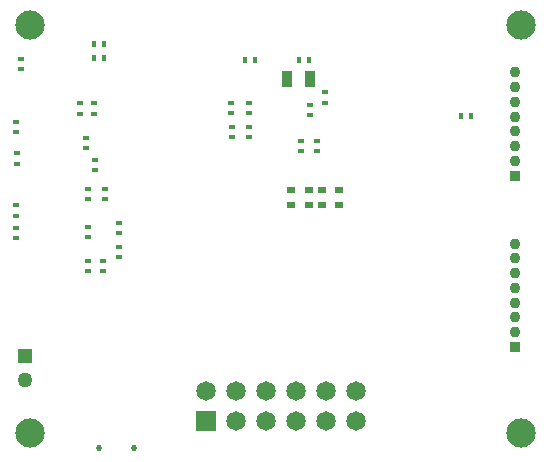
<source format=gbs>
G04*
G04 #@! TF.GenerationSoftware,Altium Limited,Altium Designer,24.6.1 (21)*
G04*
G04 Layer_Color=16711935*
%FSLAX25Y25*%
%MOIN*%
G70*
G04*
G04 #@! TF.SameCoordinates,31F84527-45D4-4773-AF7A-2B1276F50D28*
G04*
G04*
G04 #@! TF.FilePolarity,Negative*
G04*
G01*
G75*
%ADD20R,0.01378X0.02165*%
%ADD21R,0.02165X0.01378*%
%ADD47R,0.03647X0.03647*%
%ADD48C,0.03647*%
%ADD49C,0.09749*%
%ADD50R,0.05024X0.05024*%
%ADD51C,0.05024*%
%ADD52C,0.02072*%
%ADD53R,0.06500X0.06500*%
%ADD54C,0.06500*%
%ADD70R,0.03347X0.05315*%
%ADD71R,0.02820X0.01954*%
D20*
X211811Y184252D02*
D03*
X208425D02*
D03*
X136496Y202756D02*
D03*
X139882D02*
D03*
X154331D02*
D03*
X157717D02*
D03*
X86102Y208268D02*
D03*
Y203543D02*
D03*
X89488D02*
D03*
Y208268D02*
D03*
D21*
X131988Y180650D02*
D03*
Y177264D02*
D03*
X137795Y180630D02*
D03*
Y177244D02*
D03*
X155020Y175906D02*
D03*
Y172520D02*
D03*
X160531Y175906D02*
D03*
Y172520D02*
D03*
X60630Y168386D02*
D03*
Y171772D02*
D03*
X162992Y192126D02*
D03*
X131890Y185315D02*
D03*
X137795D02*
D03*
X158169Y184626D02*
D03*
X162992Y188740D02*
D03*
X131890Y188701D02*
D03*
X137795D02*
D03*
X158169Y188012D02*
D03*
X94488Y145158D02*
D03*
Y140669D02*
D03*
X60236Y179016D02*
D03*
Y182402D02*
D03*
Y146968D02*
D03*
Y151063D02*
D03*
X84252Y159961D02*
D03*
X89764D02*
D03*
X84252Y135945D02*
D03*
X88976D02*
D03*
X61811Y199882D02*
D03*
Y203268D02*
D03*
X94488Y137284D02*
D03*
X89764Y156575D02*
D03*
X86221Y188425D02*
D03*
Y185039D02*
D03*
X94488Y148543D02*
D03*
X81496Y185039D02*
D03*
Y188425D02*
D03*
X60236Y154449D02*
D03*
Y143583D02*
D03*
X88976Y132559D02*
D03*
X84252D02*
D03*
Y143976D02*
D03*
Y147362D02*
D03*
X86614Y166142D02*
D03*
Y169527D02*
D03*
X84252Y156575D02*
D03*
X83465Y176890D02*
D03*
Y173504D02*
D03*
D47*
X226378Y164370D02*
D03*
Y107283D02*
D03*
D48*
Y169291D02*
D03*
Y174213D02*
D03*
Y179134D02*
D03*
Y184055D02*
D03*
Y188976D02*
D03*
Y193898D02*
D03*
Y198819D02*
D03*
Y141732D02*
D03*
Y136811D02*
D03*
Y131890D02*
D03*
Y126969D02*
D03*
Y122047D02*
D03*
Y117126D02*
D03*
Y112205D02*
D03*
D49*
X228346Y214567D02*
D03*
X64961Y78740D02*
D03*
Y214567D02*
D03*
X228346Y78740D02*
D03*
D50*
X62992Y104232D02*
D03*
D51*
Y96358D02*
D03*
D52*
X99606Y73622D02*
D03*
X87795D02*
D03*
D53*
X123425Y82598D02*
D03*
D54*
X133425D02*
D03*
X143425D02*
D03*
X153426D02*
D03*
X163426D02*
D03*
X173426D02*
D03*
X123425Y92599D02*
D03*
X133425D02*
D03*
X143425D02*
D03*
X153426D02*
D03*
X163426D02*
D03*
X173426D02*
D03*
D70*
X150472Y196457D02*
D03*
X158189D02*
D03*
D71*
X162008Y154626D02*
D03*
X167913D02*
D03*
Y159646D02*
D03*
X162008D02*
D03*
X151772Y154626D02*
D03*
X157677D02*
D03*
Y159646D02*
D03*
X151772D02*
D03*
M02*

</source>
